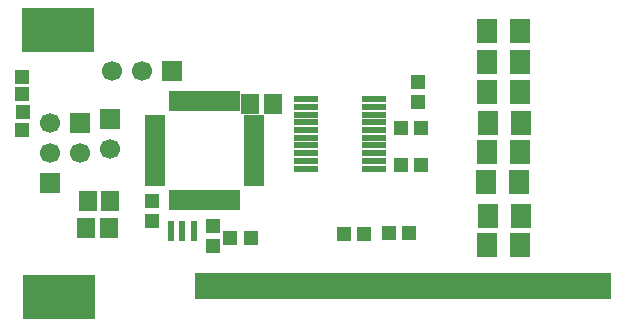
<source format=gts>
G04 DipTrace 3.0.0.2*
G04 gd32f350withholtekregSHUNT.GTS*
%MOIN*%
G04 #@! TF.FileFunction,Soldermask,Top*
G04 #@! TF.Part,Single*
%ADD54R,0.070866X0.019685*%
%ADD56R,0.019685X0.070866*%
%ADD60R,0.07874X0.023622*%
%ADD65R,0.070866X0.07874*%
%ADD75R,0.047244X0.047244*%
%ADD79R,1.385827X0.086614*%
%ADD85R,0.244094X0.145669*%
%ADD87C,0.066929*%
%ADD89R,0.066929X0.066929*%
%ADD91R,0.059055X0.066929*%
%ADD93R,0.047244X0.051181*%
%ADD95R,0.051181X0.047244*%
%FSLAX26Y26*%
G04*
G70*
G90*
G75*
G01*
G04 TopMask*
%LPD*%
D93*
X852552Y806706D3*
Y739777D3*
D91*
X1254327Y1128171D3*
X1179524D3*
D93*
X1054626Y723416D3*
Y656487D3*
X1739513Y1202295D3*
Y1135366D3*
D95*
X1682710Y1050349D3*
X1749639D3*
X1681307Y926035D3*
X1748236D3*
D91*
X637457Y804608D3*
X712260D3*
D89*
X920507Y1240371D3*
D87*
X820507D3*
X720507D3*
D89*
X713038Y1078318D3*
D87*
Y978318D3*
D89*
X513787Y864664D3*
D87*
Y964664D3*
Y1064664D3*
D89*
X613150Y1064722D3*
D87*
Y964722D3*
D85*
X538933Y1376862D3*
X542736Y485028D3*
D79*
X1687542Y522163D3*
D75*
X420004Y1218031D3*
X418824Y1164056D3*
X420570Y1102736D3*
X419594Y1043680D3*
D91*
X632713Y715866D3*
X707516D3*
D65*
X1969543Y1373562D3*
X2079780D3*
D95*
X1180709Y683102D3*
X1113780D3*
X1643500Y699049D3*
X1710429D3*
X1490853Y696448D3*
X1557782D3*
D65*
X1969543Y1269180D3*
X2079780D3*
X1969543Y1168164D3*
X2079780D3*
X1972911Y1067150D3*
X2083147D3*
X1969543Y969501D3*
X2079780D3*
X1966176Y868487D3*
X2076412D3*
X1972911Y757370D3*
X2083147D3*
X1969543Y659722D3*
X2079780D3*
D60*
X1364755Y1144795D3*
Y1119205D3*
Y1093614D3*
Y1068024D3*
Y1042433D3*
Y1016843D3*
Y991252D3*
Y965661D3*
Y940071D3*
Y914480D3*
X1593109D3*
X1593101Y940071D3*
Y965661D3*
Y991252D3*
Y1016843D3*
Y1042433D3*
Y1068024D3*
Y1093614D3*
Y1119205D3*
Y1144795D3*
D56*
X919655Y809325D3*
X939340D3*
X959025D3*
X978710D3*
X998395D3*
X1018080D3*
X1037765D3*
X1057450D3*
X1077135D3*
X1096820D3*
X1116505D3*
X1136190D3*
D54*
X1193277Y866412D3*
Y886097D3*
Y905782D3*
Y925467D3*
Y945152D3*
Y964837D3*
Y984522D3*
Y1004207D3*
Y1023892D3*
Y1043577D3*
Y1063262D3*
Y1082948D3*
D56*
X1136190Y1140034D3*
X1116505D3*
X1096820D3*
X1077135D3*
X1057450D3*
X1037765D3*
X1018080D3*
X998395D3*
X978710D3*
X959025D3*
X939340D3*
X919655D3*
D54*
X862568Y1082948D3*
Y1063262D3*
Y1043577D3*
Y1023892D3*
Y1004207D3*
Y984522D3*
Y964837D3*
Y945152D3*
Y925467D3*
Y905782D3*
Y886097D3*
Y866412D3*
D56*
X916104Y706421D3*
X953622Y706413D3*
X991123D3*
M02*

</source>
